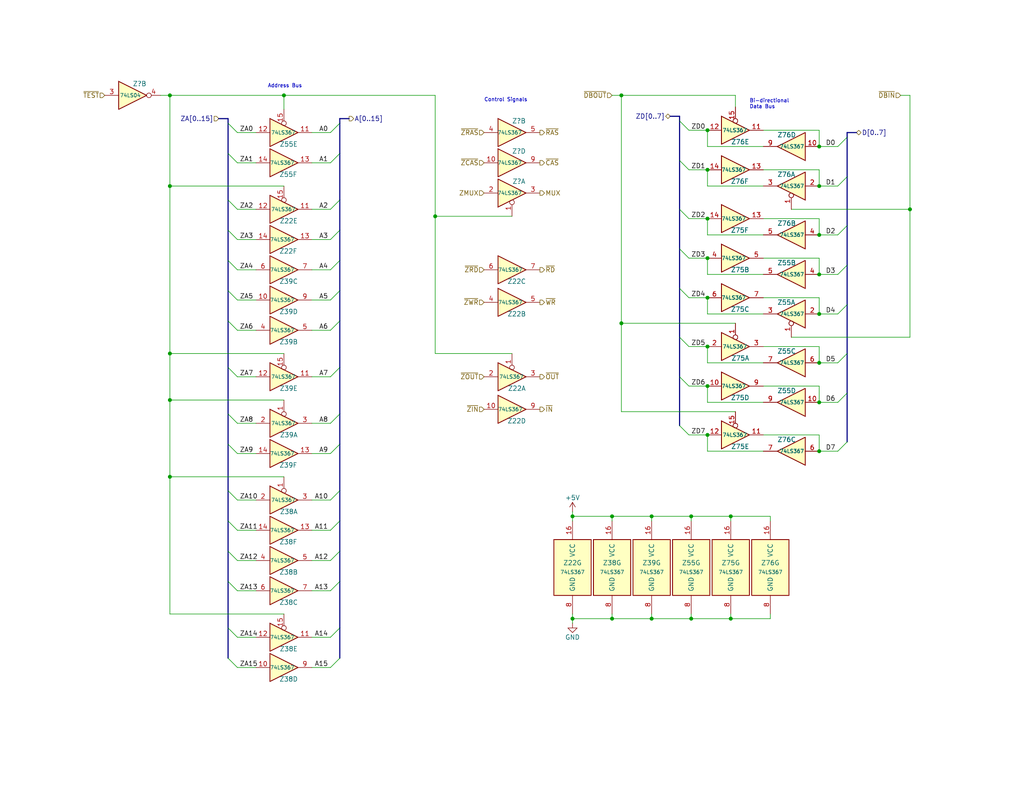
<source format=kicad_sch>
(kicad_sch (version 20230121) (generator eeschema)
  (paper "USLetter")
  (title_block (title "TRS-80 Model I") (date "2023-10-24") (rev "G") (company "RetroStack - Marcel Erz") (comment 2 "Isolation circuit to use ~{TEST} signal, dsconecting CPU from system") (comment 4 "CPU Gating"))
  (lib_symbols
    (symbol "74xx:74LS04"
      (property "Reference" "U" (at 0 1.27 0))
      (property "Value" "74LS04" (at 0 -1.27 0))
      (symbol "74LS04_1_0"
        (polyline (pts (xy -3.81 3.81) (xy -3.81 -3.81) (xy 3.81 0) (xy -3.81 3.81)) (stroke (width 0.254)) (fill (type background)))
        (pin input line (at -7.62 0 0) (length 3.81) (name "~") (number "1"))
        (pin output inverted (at 7.62 0 180) (length 3.81) (name "~") (number "2"))
      )
      (symbol "74LS04_2_0"
        (polyline (pts (xy -3.81 3.81) (xy -3.81 -3.81) (xy 3.81 0) (xy -3.81 3.81)) (stroke (width 0.254)) (fill (type background)))
        (pin input line (at -7.62 0 0) (length 3.81) (name "~") (number "3"))
        (pin output inverted (at 7.62 0 180) (length 3.81) (name "~") (number "4"))
      )
      (symbol "74LS04_3_0"
        (polyline (pts (xy -3.81 3.81) (xy -3.81 -3.81) (xy 3.81 0) (xy -3.81 3.81)) (stroke (width 0.254)) (fill (type background)))
        (pin input line (at -7.62 0 0) (length 3.81) (name "~") (number "5"))
        (pin output inverted (at 7.62 0 180) (length 3.81) (name "~") (number "6"))
      )
      (symbol "74LS04_4_0"
        (polyline (pts (xy -3.81 3.81) (xy -3.81 -3.81) (xy 3.81 0) (xy -3.81 3.81)) (stroke (width 0.254)) (fill (type background)))
        (pin output inverted (at 7.62 0 180) (length 3.81) (name "~") (number "8"))
        (pin input line (at -7.62 0 0) (length 3.81) (name "~") (number "9"))
      )
      (symbol "74LS04_5_0"
        (polyline (pts (xy -3.81 3.81) (xy -3.81 -3.81) (xy 3.81 0) (xy -3.81 3.81)) (stroke (width 0.254)) (fill (type background)))
        (pin output inverted (at 7.62 0 180) (length 3.81) (name "~") (number "10"))
        (pin input line (at -7.62 0 0) (length 3.81) (name "~") (number "11"))
      )
      (symbol "74LS04_6_0"
        (polyline (pts (xy -3.81 3.81) (xy -3.81 -3.81) (xy 3.81 0) (xy -3.81 3.81)) (stroke (width 0.254)) (fill (type background)))
        (pin output inverted (at 7.62 0 180) (length 3.81) (name "~") (number "12"))
        (pin input line (at -7.62 0 0) (length 3.81) (name "~") (number "13"))
      )
      (symbol "74LS04_7_0"
        (pin power_in line (at 0 12.7 270) (length 5.08) (name "VCC") (number "14"))
        (pin power_in line (at 0 -12.7 90) (length 5.08) (name "GND") (number "7"))
      )
      (symbol "74LS04_7_1"
        (rectangle (start -5.08 7.62) (end 5.08 -7.62) (stroke (width 0.254)) (fill (type background)))
      )
    )
    (symbol "RetroStackLibrary:74LS367_Split" (pin_names (offset 1.016))
      (property "Reference" "U" (at 0 1.27 0))
      (property "Value" "74LS367" (at 0 -1.27 0))
      (symbol "74LS367_Split_1_0"
        (polyline (pts (xy -3.81 3.81) (xy -3.81 -3.81) (xy 3.81 0) (xy -3.81 3.81)) (stroke (width 0.254)) (fill (type background)))
        (pin input inverted (at 0 6.35 270) (length 4.445) (name "~") (number "1"))
        (pin input line (at -7.62 0 0) (length 3.81) (name "~") (number "2"))
        (pin tri_state line (at 7.62 0 180) (length 3.81) (name "~") (number "3"))
      )
      (symbol "74LS367_Split_2_0"
        (polyline (pts (xy -3.81 3.81) (xy -3.81 -3.81) (xy 3.81 0) (xy -3.81 3.81)) (stroke (width 0.254)) (fill (type background)))
        (pin input line (at -7.62 0 0) (length 3.81) (name "~") (number "4"))
        (pin tri_state line (at 7.62 0 180) (length 3.81) (name "~") (number "5"))
      )
      (symbol "74LS367_Split_3_0"
        (polyline (pts (xy -3.81 3.81) (xy -3.81 -3.81) (xy 3.81 0) (xy -3.81 3.81)) (stroke (width 0.254)) (fill (type background)))
        (pin input line (at -7.62 0 0) (length 3.81) (name "~") (number "6"))
        (pin tri_state line (at 7.62 0 180) (length 3.81) (name "~") (number "7"))
      )
      (symbol "74LS367_Split_4_0"
        (polyline (pts (xy -3.81 3.81) (xy -3.81 -3.81) (xy 3.81 0) (xy -3.81 3.81)) (stroke (width 0.254)) (fill (type background)))
        (pin input line (at -7.62 0 0) (length 3.81) (name "~") (number "10"))
        (pin tri_state line (at 7.62 0 180) (length 3.81) (name "~") (number "9"))
      )
      (symbol "74LS367_Split_5_0"
        (polyline (pts (xy -3.175 -2.54) (xy -3.175 -10.16) (xy 4.445 -6.35) (xy -3.175 -2.54)) (stroke (width 0.254)) (fill (type background)))
        (pin tri_state line (at 8.255 -6.35 180) (length 3.81) (name "~") (number "11"))
        (pin input line (at -6.985 -6.35 0) (length 3.81) (name "~") (number "12"))
        (pin input inverted (at 0.635 0 270) (length 4.445) (name "~") (number "15"))
      )
      (symbol "74LS367_Split_6_0"
        (polyline (pts (xy -3.81 3.81) (xy -3.81 -3.81) (xy 3.81 0) (xy -3.81 3.81)) (stroke (width 0.254)) (fill (type background)))
        (pin tri_state line (at 7.62 0 180) (length 3.81) (name "~") (number "13"))
        (pin input line (at -7.62 0 0) (length 3.81) (name "~") (number "14"))
      )
      (symbol "74LS367_Split_7_0"
        (pin power_in line (at 0 1.905 270) (length 5.08) (name "VCC") (number "16"))
        (pin power_in line (at 0 -23.495 90) (length 5.08) (name "GND") (number "8"))
      )
      (symbol "74LS367_Split_7_1"
        (rectangle (start -5.08 -3.175) (end 5.08 -18.415) (stroke (width 0.254)) (fill (type background)))
      )
    )
    (symbol "power:+5V" (power) (pin_names (offset 0))
      (property "Value" "+5V" (at 0 3.556 0))
      (symbol "+5V_0_1"
        (polyline (pts (xy -0.762 1.27) (xy 0 2.54)))
        (polyline (pts (xy 0 0) (xy 0 2.54)))
        (polyline (pts (xy 0 2.54) (xy 0.762 1.27)))
      )
      (symbol "+5V_1_1"
        (pin power_in line (at 0 0 90) (length 0) hide (name "+5V") (number "1"))
      )
    )
    (symbol "power:GND" (power) (pin_names (offset 0))
      (property "Value" "GND" (at 0 -3.81 0))
      (symbol "GND_0_1"
        (polyline (pts (xy 0 0) (xy 0 -1.27) (xy 1.27 -1.27) (xy 0 -2.54) (xy -1.27 -1.27) (xy 0 -1.27)))
      )
      (symbol "GND_1_1"
        (pin power_in line (at 0 0 270) (length 0) hide (name "GND") (number "1"))
      )
    )
  )
  (junction (at 156.21 140.97))
  (junction (at 77.47 26.035))
  (junction (at 118.745 59.055))
  (junction (at 193.04 35.56))
  (junction (at 193.04 46.355))
  (junction (at 223.52 40.005))
  (junction (at 223.52 64.135))
  (junction (at 248.285 57.15))
  (junction (at 193.04 105.41))
  (junction (at 223.52 50.8))
  (junction (at 193.04 59.69))
  (junction (at 46.355 50.8))
  (junction (at 223.52 99.06))
  (junction (at 193.04 81.28))
  (junction (at 169.545 26.035))
  (junction (at 193.04 70.485))
  (junction (at 199.39 168.91))
  (junction (at 156.21 168.91))
  (junction (at 46.355 96.52))
  (junction (at 188.595 168.91))
  (junction (at 167.005 168.91))
  (junction (at 199.39 140.97))
  (junction (at 193.04 118.745))
  (junction (at 223.52 109.855))
  (junction (at 167.005 140.97))
  (junction (at 193.04 94.615))
  (junction (at 46.355 109.22))
  (junction (at 223.52 123.19))
  (junction (at 177.8 140.97))
  (junction (at 223.52 85.725))
  (junction (at 177.8 168.91))
  (junction (at 46.355 26.035))
  (junction (at 188.595 140.97))
  (junction (at 223.52 74.93))
  (junction (at 46.355 130.175))
  (junction (at 169.545 88.265))
  (bus_entry (at 228.6 109.855) (size 2.54 -2.54))
  (bus_entry (at 90.17 115.57) (size 2.54 -2.54))
  (bus_entry (at 228.6 99.06) (size 2.54 -2.54))
  (bus_entry (at 228.6 85.725) (size 2.54 -2.54))
  (bus_entry (at 90.17 90.17) (size 2.54 -2.54))
  (bus_entry (at 64.77 153.035) (size -2.54 -2.54))
  (bus_entry (at 228.6 74.93) (size 2.54 -2.54))
  (bus_entry (at 90.17 73.66) (size 2.54 -2.54))
  (bus_entry (at 64.77 123.825) (size -2.54 -2.54))
  (bus_entry (at 64.77 57.15) (size -2.54 -2.54))
  (bus_entry (at 187.96 105.41) (size -2.54 -2.54))
  (bus_entry (at 90.17 123.825) (size 2.54 -2.54))
  (bus_entry (at 90.17 136.525) (size 2.54 -2.54))
  (bus_entry (at 187.96 35.56) (size -2.54 -2.54))
  (bus_entry (at 187.96 59.69) (size -2.54 -2.54))
  (bus_entry (at 64.77 136.525) (size -2.54 -2.54))
  (bus_entry (at 90.17 182.245) (size 2.54 -2.54))
  (bus_entry (at 228.6 40.005) (size 2.54 -2.54))
  (bus_entry (at 64.77 90.17) (size -2.54 -2.54))
  (bus_entry (at 64.77 81.915) (size -2.54 -2.54))
  (bus_entry (at 64.77 36.195) (size -2.54 -2.54))
  (bus_entry (at 64.77 73.66) (size -2.54 -2.54))
  (bus_entry (at 228.6 123.19) (size 2.54 -2.54))
  (bus_entry (at 90.17 173.99) (size 2.54 -2.54))
  (bus_entry (at 90.17 65.405) (size 2.54 -2.54))
  (bus_entry (at 228.6 64.135) (size 2.54 -2.54))
  (bus_entry (at 187.96 81.28) (size -2.54 -2.54))
  (bus_entry (at 64.77 182.245) (size -2.54 -2.54))
  (bus_entry (at 64.77 173.99) (size -2.54 -2.54))
  (bus_entry (at 90.17 153.035) (size 2.54 -2.54))
  (bus_entry (at 64.77 144.78) (size -2.54 -2.54))
  (bus_entry (at 228.6 50.8) (size 2.54 -2.54))
  (bus_entry (at 64.77 161.29) (size -2.54 -2.54))
  (bus_entry (at 90.17 81.915) (size 2.54 -2.54))
  (bus_entry (at 90.17 161.29) (size 2.54 -2.54))
  (bus_entry (at 64.77 65.405) (size -2.54 -2.54))
  (bus_entry (at 90.17 102.87) (size 2.54 -2.54))
  (bus_entry (at 90.17 44.45) (size 2.54 -2.54))
  (bus_entry (at 187.96 94.615) (size -2.54 -2.54))
  (bus_entry (at 187.96 46.355) (size -2.54 -2.54))
  (bus_entry (at 187.96 70.485) (size -2.54 -2.54))
  (bus_entry (at 187.96 118.745) (size -2.54 -2.54))
  (bus_entry (at 90.17 144.78) (size 2.54 -2.54))
  (bus_entry (at 90.17 57.15) (size 2.54 -2.54))
  (bus_entry (at 90.17 36.195) (size 2.54 -2.54))
  (bus_entry (at 64.77 44.45) (size -2.54 -2.54))
  (bus_entry (at 64.77 115.57) (size -2.54 -2.54))
  (bus_entry (at 64.77 102.87) (size -2.54 -2.54))
  (wire (pts (xy 77.47 167.64) (xy 46.355 167.64)))
  (wire (pts (xy 64.77 36.195) (xy 69.85 36.195)))
  (wire (pts (xy 118.745 59.055) (xy 118.745 26.035)))
  (bus (pts (xy 185.42 102.87) (xy 185.42 116.205)))
  (bus (pts (xy 92.71 79.375) (xy 92.71 71.12)))
  (wire (pts (xy 90.17 161.29) (xy 85.09 161.29)))
  (wire (pts (xy 228.6 40.005) (xy 223.52 40.005)))
  (wire (pts (xy 193.04 109.855) (xy 193.04 105.41)))
  (wire (pts (xy 187.96 94.615) (xy 193.04 94.615)))
  (bus (pts (xy 185.42 43.815) (xy 185.42 33.02)))
  (wire (pts (xy 90.17 44.45) (xy 85.09 44.45)))
  (wire (pts (xy 169.545 88.265) (xy 169.545 26.035)))
  (wire (pts (xy 167.005 140.97) (xy 167.005 142.24)))
  (wire (pts (xy 210.185 142.24) (xy 210.185 140.97)))
  (wire (pts (xy 208.28 118.745) (xy 223.52 118.745)))
  (wire (pts (xy 85.09 90.17) (xy 90.17 90.17)))
  (bus (pts (xy 92.71 62.865) (xy 92.71 54.61)))
  (wire (pts (xy 64.77 73.66) (xy 69.85 73.66)))
  (wire (pts (xy 228.6 50.8) (xy 223.52 50.8)))
  (wire (pts (xy 64.77 182.245) (xy 69.85 182.245)))
  (wire (pts (xy 169.545 112.395) (xy 169.545 88.265)))
  (wire (pts (xy 187.96 81.28) (xy 193.04 81.28)))
  (wire (pts (xy 167.005 168.91) (xy 177.8 168.91)))
  (wire (pts (xy 215.9 92.075) (xy 248.285 92.075)))
  (wire (pts (xy 187.96 105.41) (xy 193.04 105.41)))
  (wire (pts (xy 90.17 173.99) (xy 85.09 173.99)))
  (wire (pts (xy 208.28 94.615) (xy 223.52 94.615)))
  (wire (pts (xy 210.185 140.97) (xy 199.39 140.97)))
  (wire (pts (xy 64.77 136.525) (xy 69.85 136.525)))
  (wire (pts (xy 85.09 123.825) (xy 90.17 123.825)))
  (wire (pts (xy 223.52 118.745) (xy 223.52 123.19)))
  (wire (pts (xy 77.47 130.175) (xy 46.355 130.175)))
  (bus (pts (xy 231.14 72.39) (xy 231.14 61.595)))
  (bus (pts (xy 62.23 71.12) (xy 62.23 62.865)))
  (bus (pts (xy 92.71 158.75) (xy 92.71 150.495)))
  (bus (pts (xy 92.71 142.24) (xy 92.71 133.985)))
  (wire (pts (xy 139.7 59.055) (xy 118.745 59.055)))
  (wire (pts (xy 228.6 99.06) (xy 223.52 99.06)))
  (bus (pts (xy 62.23 100.33) (xy 62.23 87.63)))
  (wire (pts (xy 90.17 65.405) (xy 85.09 65.405)))
  (wire (pts (xy 64.77 115.57) (xy 69.85 115.57)))
  (wire (pts (xy 77.47 26.035) (xy 77.47 29.845)))
  (wire (pts (xy 64.77 144.78) (xy 69.85 144.78)))
  (wire (pts (xy 208.28 109.855) (xy 193.04 109.855)))
  (wire (pts (xy 208.28 70.485) (xy 223.52 70.485)))
  (wire (pts (xy 64.77 153.035) (xy 69.85 153.035)))
  (bus (pts (xy 185.42 78.74) (xy 185.42 67.945)))
  (bus (pts (xy 62.23 87.63) (xy 62.23 79.375)))
  (bus (pts (xy 62.23 150.495) (xy 62.23 142.24)))
  (wire (pts (xy 223.52 81.28) (xy 223.52 85.725)))
  (bus (pts (xy 92.71 100.33) (xy 92.71 87.63)))
  (wire (pts (xy 46.355 26.035) (xy 77.47 26.035)))
  (wire (pts (xy 64.77 57.15) (xy 69.85 57.15)))
  (wire (pts (xy 193.04 64.135) (xy 193.04 59.69)))
  (wire (pts (xy 167.005 167.64) (xy 167.005 168.91)))
  (wire (pts (xy 156.21 139.7) (xy 156.21 140.97)))
  (wire (pts (xy 210.185 168.91) (xy 199.39 168.91)))
  (wire (pts (xy 228.6 123.19) (xy 223.52 123.19)))
  (bus (pts (xy 92.71 41.91) (xy 92.71 33.655)))
  (wire (pts (xy 188.595 140.97) (xy 177.8 140.97)))
  (wire (pts (xy 156.21 170.18) (xy 156.21 168.91)))
  (bus (pts (xy 92.71 113.03) (xy 92.71 100.33)))
  (wire (pts (xy 118.745 59.055) (xy 118.745 96.52)))
  (wire (pts (xy 223.52 35.56) (xy 223.52 40.005)))
  (wire (pts (xy 223.52 70.485) (xy 223.52 74.93)))
  (wire (pts (xy 199.39 140.97) (xy 199.39 142.24)))
  (wire (pts (xy 199.39 167.64) (xy 199.39 168.91)))
  (wire (pts (xy 200.66 112.395) (xy 169.545 112.395)))
  (bus (pts (xy 231.14 83.185) (xy 231.14 72.39)))
  (wire (pts (xy 169.545 26.035) (xy 200.66 26.035)))
  (wire (pts (xy 46.355 130.175) (xy 46.355 109.22)))
  (wire (pts (xy 215.9 57.15) (xy 248.285 57.15)))
  (wire (pts (xy 193.04 123.19) (xy 193.04 118.745)))
  (wire (pts (xy 77.47 50.8) (xy 46.355 50.8)))
  (wire (pts (xy 208.28 59.69) (xy 223.52 59.69)))
  (wire (pts (xy 188.595 168.91) (xy 199.39 168.91)))
  (wire (pts (xy 208.28 74.93) (xy 193.04 74.93)))
  (wire (pts (xy 90.17 153.035) (xy 85.09 153.035)))
  (bus (pts (xy 62.23 113.03) (xy 62.23 100.33)))
  (wire (pts (xy 64.77 65.405) (xy 69.85 65.405)))
  (wire (pts (xy 228.6 85.725) (xy 223.52 85.725)))
  (wire (pts (xy 64.77 173.99) (xy 69.85 173.99)))
  (wire (pts (xy 199.39 140.97) (xy 188.595 140.97)))
  (wire (pts (xy 210.185 167.64) (xy 210.185 168.91)))
  (wire (pts (xy 208.28 99.06) (xy 193.04 99.06)))
  (bus (pts (xy 62.23 171.45) (xy 62.23 158.75)))
  (bus (pts (xy 62.23 41.91) (xy 62.23 33.655)))
  (wire (pts (xy 46.355 167.64) (xy 46.355 130.175)))
  (bus (pts (xy 233.68 36.195) (xy 231.14 36.195)))
  (wire (pts (xy 228.6 64.135) (xy 223.52 64.135)))
  (wire (pts (xy 208.28 64.135) (xy 193.04 64.135)))
  (wire (pts (xy 46.355 109.22) (xy 46.355 96.52)))
  (wire (pts (xy 46.355 50.8) (xy 46.355 26.035)))
  (wire (pts (xy 193.04 50.8) (xy 193.04 46.355)))
  (bus (pts (xy 185.42 78.74) (xy 185.42 92.075)))
  (wire (pts (xy 156.21 168.91) (xy 167.005 168.91)))
  (wire (pts (xy 248.285 26.035) (xy 245.745 26.035)))
  (bus (pts (xy 62.23 62.865) (xy 62.23 54.61)))
  (wire (pts (xy 177.8 140.97) (xy 167.005 140.97)))
  (wire (pts (xy 223.52 59.69) (xy 223.52 64.135)))
  (wire (pts (xy 90.17 115.57) (xy 85.09 115.57)))
  (wire (pts (xy 90.17 36.195) (xy 85.09 36.195)))
  (wire (pts (xy 43.815 26.035) (xy 46.355 26.035)))
  (bus (pts (xy 231.14 83.185) (xy 231.14 96.52)))
  (bus (pts (xy 92.71 171.45) (xy 92.71 158.75)))
  (wire (pts (xy 85.09 182.245) (xy 90.17 182.245)))
  (bus (pts (xy 95.25 32.385) (xy 92.71 32.385)))
  (bus (pts (xy 185.42 67.945) (xy 185.42 57.15)))
  (wire (pts (xy 118.745 26.035) (xy 77.47 26.035)))
  (wire (pts (xy 64.77 44.45) (xy 69.85 44.45)))
  (wire (pts (xy 64.77 102.87) (xy 69.85 102.87)))
  (wire (pts (xy 208.28 123.19) (xy 193.04 123.19)))
  (wire (pts (xy 156.21 140.97) (xy 156.21 142.24)))
  (wire (pts (xy 177.8 168.91) (xy 188.595 168.91)))
  (wire (pts (xy 85.09 102.87) (xy 90.17 102.87)))
  (wire (pts (xy 208.28 81.28) (xy 223.52 81.28)))
  (wire (pts (xy 223.52 46.355) (xy 223.52 50.8)))
  (bus (pts (xy 92.71 150.495) (xy 92.71 142.24)))
  (wire (pts (xy 248.285 92.075) (xy 248.285 57.15)))
  (wire (pts (xy 77.47 96.52) (xy 46.355 96.52)))
  (wire (pts (xy 228.6 74.93) (xy 223.52 74.93)))
  (wire (pts (xy 193.04 99.06) (xy 193.04 94.615)))
  (wire (pts (xy 208.28 46.355) (xy 223.52 46.355)))
  (bus (pts (xy 92.71 133.985) (xy 92.71 121.285)))
  (bus (pts (xy 182.88 31.75) (xy 185.42 31.75)))
  (wire (pts (xy 167.005 140.97) (xy 156.21 140.97)))
  (bus (pts (xy 92.71 71.12) (xy 92.71 62.865)))
  (wire (pts (xy 187.96 46.355) (xy 193.04 46.355)))
  (bus (pts (xy 92.71 54.61) (xy 92.71 41.91)))
  (bus (pts (xy 231.14 61.595) (xy 231.14 48.26)))
  (wire (pts (xy 193.04 85.725) (xy 193.04 81.28)))
  (bus (pts (xy 185.42 92.075) (xy 185.42 102.87)))
  (wire (pts (xy 177.8 140.97) (xy 177.8 142.24)))
  (bus (pts (xy 62.23 142.24) (xy 62.23 133.985)))
  (wire (pts (xy 193.04 74.93) (xy 193.04 70.485)))
  (wire (pts (xy 188.595 140.97) (xy 188.595 142.24)))
  (wire (pts (xy 208.28 50.8) (xy 193.04 50.8)))
  (wire (pts (xy 90.17 73.66) (xy 85.09 73.66)))
  (bus (pts (xy 92.71 121.285) (xy 92.71 113.03)))
  (wire (pts (xy 208.28 85.725) (xy 193.04 85.725)))
  (wire (pts (xy 208.28 40.005) (xy 193.04 40.005)))
  (wire (pts (xy 188.595 167.64) (xy 188.595 168.91)))
  (wire (pts (xy 64.77 161.29) (xy 69.85 161.29)))
  (bus (pts (xy 62.23 79.375) (xy 62.23 71.12)))
  (wire (pts (xy 200.66 88.265) (xy 169.545 88.265)))
  (bus (pts (xy 92.71 87.63) (xy 92.71 79.375)))
  (bus (pts (xy 231.14 48.26) (xy 231.14 37.465)))
  (bus (pts (xy 62.23 121.285) (xy 62.23 113.03)))
  (bus (pts (xy 231.14 96.52) (xy 231.14 107.315)))
  (wire (pts (xy 64.77 81.915) (xy 69.85 81.915)))
  (bus (pts (xy 92.71 33.655) (xy 92.71 32.385)))
  (wire (pts (xy 167.005 26.035) (xy 169.545 26.035)))
  (wire (pts (xy 64.77 123.825) (xy 69.85 123.825)))
  (bus (pts (xy 62.23 179.705) (xy 62.23 171.45)))
  (bus (pts (xy 62.23 33.655) (xy 62.23 32.385)))
  (bus (pts (xy 92.71 179.705) (xy 92.71 171.45)))
  (wire (pts (xy 177.8 167.64) (xy 177.8 168.91)))
  (bus (pts (xy 185.42 33.02) (xy 185.42 31.75)))
  (wire (pts (xy 187.96 118.745) (xy 193.04 118.745)))
  (wire (pts (xy 208.28 105.41) (xy 223.52 105.41)))
  (wire (pts (xy 187.96 70.485) (xy 193.04 70.485)))
  (wire (pts (xy 77.47 109.22) (xy 46.355 109.22)))
  (bus (pts (xy 62.23 158.75) (xy 62.23 150.495)))
  (wire (pts (xy 46.355 96.52) (xy 46.355 50.8)))
  (wire (pts (xy 64.77 90.17) (xy 69.85 90.17)))
  (wire (pts (xy 90.17 136.525) (xy 85.09 136.525)))
  (wire (pts (xy 90.17 57.15) (xy 85.09 57.15)))
  (wire (pts (xy 193.04 40.005) (xy 193.04 35.56)))
  (bus (pts (xy 59.69 32.385) (xy 62.23 32.385)))
  (bus (pts (xy 62.23 54.61) (xy 62.23 41.91)))
  (wire (pts (xy 200.66 26.035) (xy 200.66 29.21)))
  (wire (pts (xy 139.7 96.52) (xy 118.745 96.52)))
  (wire (pts (xy 248.285 57.15) (xy 248.285 26.035)))
  (bus (pts (xy 231.14 107.315) (xy 231.14 120.65)))
  (bus (pts (xy 231.14 37.465) (xy 231.14 36.195)))
  (wire (pts (xy 223.52 94.615) (xy 223.52 99.06)))
  (wire (pts (xy 90.17 81.915) (xy 85.09 81.915)))
  (wire (pts (xy 156.21 168.91) (xy 156.21 167.64)))
  (wire (pts (xy 90.17 144.78) (xy 85.09 144.78)))
  (wire (pts (xy 228.6 109.855) (xy 223.52 109.855)))
  (bus (pts (xy 185.42 57.15) (xy 185.42 43.815)))
  (wire (pts (xy 187.96 59.69) (xy 193.04 59.69)))
  (wire (pts (xy 223.52 105.41) (xy 223.52 109.855)))
  (wire (pts (xy 208.28 35.56) (xy 223.52 35.56)))
  (bus (pts (xy 62.23 133.985) (xy 62.23 121.285)))
  (wire (pts (xy 187.96 35.56) (xy 193.04 35.56)))
  (text "Bi-directional\nData Bus" (at 204.47 29.845 0) (effects (font (size 1 1)) (justify left bottom)))
  (text "Address Bus" (at 73.025 24.13 0) (effects (font (size 1 1)) (justify left bottom)))
  (text "Control Signals" (at 132.08 27.94 0) (effects (font (size 1 1)) (justify left bottom)))
  (label "ZA8" (at 65.405 115.57 0))
  (label "ZD2" (at 188.595 59.69 0))
  (label "ZA0" (at 65.405 36.195 0))
  (label "A3" (at 89.535 65.405 180))
  (label "ZA4" (at 65.405 73.66 0))
  (label "D7" (at 227.965 123.19 180))
  (label "ZA9" (at 65.405 123.825 0))
  (label "ZA11" (at 65.405 144.78 0))
  (label "ZD3" (at 188.595 70.485 0))
  (label "D3" (at 227.965 74.93 180))
  (label "ZA6" (at 65.405 90.17 0))
  (label "A12" (at 89.535 153.035 180))
  (label "ZD7" (at 188.595 118.745 0))
  (label "A5" (at 89.535 81.915 180))
  (label "D5" (at 227.965 99.06 180))
  (label "ZA2" (at 65.405 57.15 0))
  (label "ZA3" (at 65.405 65.405 0))
  (label "D0" (at 227.965 40.005 180))
  (label "ZA10" (at 65.405 136.525 0))
  (label "D2" (at 227.965 64.135 180))
  (label "A9" (at 89.535 123.825 180))
  (label "ZA13" (at 65.405 161.29 0))
  (label "A7" (at 89.535 102.87 180))
  (label "A6" (at 89.535 90.17 180))
  (label "D1" (at 227.965 50.8 180))
  (label "ZD6" (at 188.595 105.41 0))
  (label "A13" (at 89.535 161.29 180))
  (label "A15" (at 89.535 182.245 180))
  (label "A14" (at 89.535 173.99 180))
  (label "A10" (at 89.535 136.525 180))
  (label "ZD1" (at 188.595 46.355 0))
  (label "D6" (at 227.965 109.855 180))
  (label "ZA5" (at 65.405 81.915 0))
  (label "A1" (at 89.535 44.45 180))
  (label "A0" (at 89.535 36.195 180))
  (label "A2" (at 89.535 57.15 180))
  (label "ZD4" (at 188.595 81.28 0))
  (label "ZA15" (at 65.405 182.245 0))
  (label "ZA12" (at 65.405 153.035 0))
  (label "A4" (at 89.535 73.66 180))
  (label "ZA7" (at 65.405 102.87 0))
  (label "A8" (at 89.535 115.57 180))
  (label "ZD0" (at 188.595 35.56 0))
  (label "A11" (at 89.535 144.78 180))
  (label "ZA1" (at 65.405 44.45 0))
  (label "D4" (at 227.965 85.725 180))
  (label "ZA14" (at 65.405 173.99 0))
  (label "ZD5" (at 188.595 94.615 0))
  (hierarchical_label "ZD[0..7]" (shape bidirectional) (at 182.88 31.75 180))
  (hierarchical_label "~{ZRD}" (shape input) (at 132.08 73.66 180))
  (hierarchical_label "~{ZIN}" (shape input) (at 132.08 111.76 180))
  (hierarchical_label "~{ZCAS}" (shape input) (at 132.08 44.45 180))
  (hierarchical_label "~{RD}" (shape output) (at 147.32 73.66 0))
  (hierarchical_label "~{WR}" (shape output) (at 147.32 82.55 0))
  (hierarchical_label "~{TEST}" (shape input) (at 28.575 26.035 180))
  (hierarchical_label "MUX" (shape output) (at 147.32 52.705 0))
  (hierarchical_label "~{ZRAS}" (shape input) (at 132.08 36.195 180))
  (hierarchical_label "~{CAS}" (shape output) (at 147.32 44.45 0))
  (hierarchical_label "ZA[0..15]" (shape input) (at 59.69 32.385 180))
  (hierarchical_label "~{OUT}" (shape output) (at 147.32 102.87 0))
  (hierarchical_label "D[0..7]" (shape bidirectional) (at 233.68 36.195 0))
  (hierarchical_label "ZMUX" (shape input) (at 132.08 52.705 180))
  (hierarchical_label "~{DBOUT}" (shape input) (at 167.005 26.035 180))
  (hierarchical_label "~{IN}" (shape output) (at 147.32 111.76 0))
  (hierarchical_label "~{ZWR}" (shape input) (at 132.08 82.55 180))
  (hierarchical_label "A[0..15]" (shape output) (at 95.25 32.385 0))
  (hierarchical_label "~{DBIN}" (shape input) (at 245.745 26.035 180))
  (hierarchical_label "~{RAS}" (shape output) (at 147.32 36.195 0))
  (hierarchical_label "~{ZOUT}" (shape input) (at 132.08 102.87 180))
  (symbol (lib_id "RetroStackLibrary:74LS367_Split") (at 188.595 144.145 0) (unit 7)
    (property "Reference" "Z55" (at 188.595 153.67 0))
    (property "Value" "74LS367" (at 188.595 156.21 0) (effects (font (size 1 1))))
    (property "Footprint" "RetroStackLibrary:TRS80_Model_I_DIP16" (effects hide))
    (property "Datasheet" "https://www.ti.com/lit/ds/symlink/sn74ls367a.pdf" (effects hide))
  )
  (symbol (lib_id "power:GND") (at 156.21 170.18 0) (unit 1)
    (property "Reference" "#PWR014" (effects hide))
    (property "Value" "GND" (at 156.21 173.99 0))
    (instances (project "TRS80_Model_I_G" (path "" (reference "#PWR014") (unit 1)) (path "" (reference "#PWR0106") (unit 1)) (path "" (reference "#PWR0108") (unit 1)) (path "" (reference "#PWR0112") (unit 1))))
  )
  (symbol (lib_id "RetroStackLibrary:74LS367_Split") (at 200.66 46.355 0) (unit 6)
    (property "Reference" "Z76" (at 199.39 49.53 0) (effects (justify left)))
    (property "Value" "74LS367" (at 196.85 46.355 0) (effects (font (size 1 1)) (justify left)))
    (property "Footprint" "RetroStackLibrary:TRS80_Model_I_DIP16" (effects hide))
    (property "Datasheet" "https://www.ti.com/lit/ds/symlink/sn74ls367a.pdf" (effects hide))
  )
  (symbol (lib_id "RetroStackLibrary:74LS367_Split") (at 200.66 70.485 0) (unit 2)
    (property "Reference" "Z75" (at 199.39 73.66 0) (effects (justify left)))
    (property "Value" "74LS367" (at 196.85 70.485 0) (effects (font (size 1 1)) (justify left)))
    (property "Footprint" "RetroStackLibrary:TRS80_Model_I_DIP16" (effects hide))
    (property "Datasheet" "https://www.ti.com/lit/ds/symlink/sn74ls367a.pdf" (effects hide))
  )
  (symbol (lib_id "RetroStackLibrary:74LS367_Split") (at 76.835 50.8 0) (unit 5)
    (property "Reference" "Z22" (at 81.28 60.325 0) (effects (justify right)))
    (property "Value" "74LS367" (at 80.645 57.15 0) (effects (font (size 1 1)) (justify right)))
    (property "Footprint" "RetroStackLibrary:TRS80_Model_I_DIP16" (effects hide))
    (property "Datasheet" "https://www.ti.com/lit/ds/symlink/sn74ls367a.pdf" (effects hide))
  )
  (symbol (lib_id "RetroStackLibrary:74LS367_Split") (at 76.835 96.52 0) (unit 5)
    (property "Reference" "Z39" (at 81.28 106.045 0) (effects (justify right)))
    (property "Value" "74LS367" (at 80.645 102.87 0) (effects (font (size 1 1)) (justify right)))
    (property "Footprint" "RetroStackLibrary:TRS80_Model_I_DIP16" (effects hide))
    (property "Datasheet" "https://www.ti.com/lit/ds/symlink/sn74ls367a.pdf" (effects hide))
  )
  (symbol (lib_id "RetroStackLibrary:74LS367_Split") (at 139.7 36.195 0) (unit 2)
    (property "Reference" "Z?" (at 141.605 33.02 0))
    (property "Value" "74LS367" (at 139.065 36.195 0) (effects (font (size 1 1))))
    (property "Footprint" "RetroStackLibrary:TRS80_Model_I_DIP16" (effects hide))
    (property "Datasheet" "https://www.ti.com/lit/ds/symlink/sn74ls367a.pdf" (effects hide))
    (instances (project "TRS80_Model_I_G" (path "" (reference "Z?") (unit 2)) (path "" (reference "Z72") (unit 2)) (path "" (reference "Z72") (unit 2))))
  )
  (symbol (lib_id "RetroStackLibrary:74LS367_Split") (at 77.47 123.825 0) (unit 6)
    (property "Reference" "Z39" (at 76.2 127 0) (effects (justify left)))
    (property "Value" "74LS367" (at 73.66 123.825 0) (effects (font (size 1 1)) (justify left)))
    (property "Footprint" "RetroStackLibrary:TRS80_Model_I_DIP16" (effects hide))
    (property "Datasheet" "https://www.ti.com/lit/ds/symlink/sn74ls367a.pdf" (effects hide))
  )
  (symbol (lib_id "RetroStackLibrary:74LS367_Split") (at 77.47 115.57 0) (unit 1)
    (property "Reference" "Z39" (at 81.28 118.745 0) (effects (justify right)))
    (property "Value" "74LS367" (at 80.645 115.57 0) (effects (font (size 1 1)) (justify right)))
    (property "Footprint" "RetroStackLibrary:TRS80_Model_I_DIP16" (effects hide))
    (property "Datasheet" "https://www.ti.com/lit/ds/symlink/sn74ls367a.pdf" (effects hide))
  )
  (symbol (lib_id "RetroStackLibrary:74LS367_Split") (at 200.025 29.21 0) (unit 5)
    (property "Reference" "Z76" (at 204.47 38.735 0) (effects (justify right)))
    (property "Value" "74LS367" (at 203.835 35.56 0) (effects (font (size 1 1)) (justify right)))
    (property "Footprint" "RetroStackLibrary:TRS80_Model_I_DIP16" (effects hide))
    (property "Datasheet" "https://www.ti.com/lit/ds/symlink/sn74ls367a.pdf" (effects hide))
  )
  (symbol (lib_id "RetroStackLibrary:74LS367_Split") (at 77.47 44.45 0) (unit 6)
    (property "Reference" "Z55" (at 76.2 47.625 0) (effects (justify left)))
    (property "Value" "74LS367" (at 73.66 44.45 0) (effects (font (size 1 1)) (justify left)))
    (property "Footprint" "RetroStackLibrary:TRS80_Model_I_DIP16" (effects hide))
    (property "Datasheet" "https://www.ti.com/lit/ds/symlink/sn74ls367a.pdf" (effects hide))
  )
  (symbol (lib_id "RetroStackLibrary:74LS367_Split") (at 139.7 111.76 0) (unit 4)
    (property "Reference" "Z22" (at 138.43 114.935 0) (effects (justify left)))
    (property "Value" "74LS367" (at 135.89 111.76 0) (effects (font (size 1 1)) (justify left)))
    (property "Footprint" "RetroStackLibrary:TRS80_Model_I_DIP16" (effects hide))
    (property "Datasheet" "https://www.ti.com/lit/ds/symlink/sn74ls367a.pdf" (effects hide))
  )
  (symbol (lib_id "RetroStackLibrary:74LS367_Split") (at 215.9 74.93 180) (unit 2)
    (property "Reference" "Z55" (at 212.09 71.755 0) (effects (justify right)))
    (property "Value" "74LS367" (at 212.725 74.93 0) (effects (font (size 1 1)) (justify right)))
    (property "Footprint" "RetroStackLibrary:TRS80_Model_I_DIP16" (effects hide))
    (property "Datasheet" "https://www.ti.com/lit/ds/symlink/sn74ls367a.pdf" (effects hide))
  )
  (symbol (lib_id "RetroStackLibrary:74LS367_Split") (at 200.66 59.69 0) (unit 6)
    (property "Reference" "Z75" (at 199.39 62.865 0) (effects (justify left)))
    (property "Value" "74LS367" (at 196.85 59.69 0) (effects (font (size 1 1)) (justify left)))
    (property "Footprint" "RetroStackLibrary:TRS80_Model_I_DIP16" (effects hide))
    (property "Datasheet" "https://www.ti.com/lit/ds/symlink/sn74ls367a.pdf" (effects hide))
  )
  (symbol (lib_id "RetroStackLibrary:74LS367_Split") (at 200.025 112.395 0) (unit 5)
    (property "Reference" "Z75" (at 204.47 121.92 0) (effects (justify right)))
    (property "Value" "74LS367" (at 203.835 118.745 0) (effects (font (size 1 1)) (justify right)))
    (property "Footprint" "RetroStackLibrary:TRS80_Model_I_DIP16" (effects hide))
    (property "Datasheet" "https://www.ti.com/lit/ds/symlink/sn74ls367a.pdf" (effects hide))
  )
  (symbol (lib_id "RetroStackLibrary:74LS367_Split") (at 177.8 144.145 0) (unit 7)
    (property "Reference" "Z39" (at 177.8 153.67 0))
    (property "Value" "74LS367" (at 177.8 156.21 0) (effects (font (size 1 1))))
    (property "Footprint" "RetroStackLibrary:TRS80_Model_I_DIP16" (effects hide))
    (property "Datasheet" "https://www.ti.com/lit/ds/symlink/sn74ls367a.pdf" (effects hide))
  )
  (symbol (lib_id "RetroStackLibrary:74LS367_Split") (at 77.47 161.29 0) (unit 3)
    (property "Reference" "Z38" (at 76.2 164.465 0) (effects (justify left)))
    (property "Value" "74LS367" (at 73.66 161.29 0) (effects (font (size 1 1)) (justify left)))
    (property "Footprint" "RetroStackLibrary:TRS80_Model_I_DIP16" (effects hide))
    (property "Datasheet" "https://www.ti.com/lit/ds/symlink/sn74ls367a.pdf" (effects hide))
  )
  (symbol (lib_id "RetroStackLibrary:74LS367_Split") (at 139.7 82.55 0) (unit 2)
    (property "Reference" "Z22" (at 138.43 85.725 0) (effects (justify left)))
    (property "Value" "74LS367" (at 135.89 82.55 0) (effects (font (size 1 1)) (justify left)))
    (property "Footprint" "RetroStackLibrary:TRS80_Model_I_DIP16" (effects hide))
    (property "Datasheet" "https://www.ti.com/lit/ds/symlink/sn74ls367a.pdf" (effects hide))
  )
  (symbol (lib_id "RetroStackLibrary:74LS367_Split") (at 200.66 81.28 0) (unit 3)
    (property "Reference" "Z75" (at 199.39 84.455 0) (effects (justify left)))
    (property "Value" "74LS367" (at 196.85 81.28 0) (effects (font (size 1 1)) (justify left)))
    (property "Footprint" "RetroStackLibrary:TRS80_Model_I_DIP16" (effects hide))
    (property "Datasheet" "https://www.ti.com/lit/ds/symlink/sn74ls367a.pdf" (effects hide))
  )
  (symbol (lib_id "74xx:74LS04") (at 36.195 26.035 0) (unit 2)
    (property "Reference" "Z?" (at 38.1 22.86 0))
    (property "Value" "74LS04" (at 35.56 26.035 0) (effects (font (size 1 1))))
    (property "Footprint" "RetroStackLibrary:TRS80_Model_I_DIP14" (effects hide))
    (property "Datasheet" "http://www.ti.com/lit/gpn/sn74LS04" (effects hide))
    (instances (project "TRS80_Model_I_G" (path "" (reference "Z?") (unit 2)) (path "" (reference "Z52") (unit 2)) (path "" (reference "Z52") (unit 2))))
  )
  (symbol (lib_id "RetroStackLibrary:74LS367_Split") (at 76.835 167.64 0) (unit 5)
    (property "Reference" "Z38" (at 81.28 177.165 0) (effects (justify right)))
    (property "Value" "74LS367" (at 73.66 173.99 0) (effects (font (size 1 1)) (justify left)))
    (property "Footprint" "RetroStackLibrary:TRS80_Model_I_DIP16" (effects hide))
    (property "Datasheet" "https://www.ti.com/lit/ds/symlink/sn74ls367a.pdf" (effects hide))
  )
  (symbol (lib_id "RetroStackLibrary:74LS367_Split") (at 77.47 182.245 0) (unit 4)
    (property "Reference" "Z38" (at 76.2 185.42 0) (effects (justify left)))
    (property "Value" "74LS367" (at 73.66 182.245 0) (effects (font (size 1 1)) (justify left)))
    (property "Footprint" "RetroStackLibrary:TRS80_Model_I_DIP16" (effects hide))
    (property "Datasheet" "https://www.ti.com/lit/ds/symlink/sn74ls367a.pdf" (effects hide))
  )
  (symbol (lib_id "RetroStackLibrary:74LS367_Split") (at 215.9 109.855 180) (unit 4)
    (property "Reference" "Z55" (at 212.09 106.68 0) (effects (justify right)))
    (property "Value" "74LS367" (at 212.725 109.855 0) (effects (font (size 1 1)) (justify right)))
    (property "Footprint" "RetroStackLibrary:TRS80_Model_I_DIP16" (effects hide))
    (property "Datasheet" "https://www.ti.com/lit/ds/symlink/sn74ls367a.pdf" (effects hide))
  )
  (symbol (lib_id "RetroStackLibrary:74LS367_Split") (at 215.9 40.005 180) (unit 4)
    (property "Reference" "Z76" (at 212.09 36.83 0) (effects (justify right)))
    (property "Value" "74LS367" (at 212.725 40.005 0) (effects (font (size 1 1)) (justify right)))
    (property "Footprint" "RetroStackLibrary:TRS80_Model_I_DIP16" (effects hide))
    (property "Datasheet" "https://www.ti.com/lit/ds/symlink/sn74ls367a.pdf" (effects hide))
  )
  (symbol (lib_id "RetroStackLibrary:74LS367_Split") (at 200.66 105.41 0) (unit 4)
    (property "Reference" "Z75" (at 199.39 108.585 0) (effects (justify left)))
    (property "Value" "74LS367" (at 196.85 105.41 0) (effects (font (size 1 1)) (justify left)))
    (property "Footprint" "RetroStackLibrary:TRS80_Model_I_DIP16" (effects hide))
    (property "Datasheet" "https://www.ti.com/lit/ds/symlink/sn74ls367a.pdf" (effects hide))
  )
  (symbol (lib_id "RetroStackLibrary:74LS367_Split") (at 139.7 73.66 0) (unit 3)
    (property "Reference" "Z22" (at 138.43 76.835 0) (effects (justify left)))
    (property "Value" "74LS367" (at 135.89 73.66 0) (effects (font (size 1 1)) (justify left)))
    (property "Footprint" "RetroStackLibrary:TRS80_Model_I_DIP16" (effects hide))
    (property "Datasheet" "https://www.ti.com/lit/ds/symlink/sn74ls367a.pdf" (effects hide))
  )
  (symbol (lib_id "RetroStackLibrary:74LS367_Split") (at 199.39 144.145 0) (unit 7)
    (property "Reference" "Z75" (at 199.39 153.67 0))
    (property "Value" "74LS367" (at 199.39 156.21 0) (effects (font (size 1 1))))
    (property "Footprint" "RetroStackLibrary:TRS80_Model_I_DIP16" (effects hide))
    (property "Datasheet" "https://www.ti.com/lit/ds/symlink/sn74ls367a.pdf" (effects hide))
  )
  (symbol (lib_id "RetroStackLibrary:74LS367_Split") (at 210.185 144.145 0) (unit 7)
    (property "Reference" "Z76" (at 210.185 153.67 0))
    (property "Value" "74LS367" (at 210.185 156.21 0) (effects (font (size 1 1))))
    (property "Footprint" "RetroStackLibrary:TRS80_Model_I_DIP16" (effects hide))
    (property "Datasheet" "https://www.ti.com/lit/ds/symlink/sn74ls367a.pdf" (effects hide))
  )
  (symbol (lib_id "RetroStackLibrary:74LS367_Split") (at 167.005 144.145 0) (unit 7)
    (property "Reference" "Z38" (at 167.005 153.67 0))
    (property "Value" "74LS367" (at 167.005 156.21 0) (effects (font (size 1 1))))
    (property "Footprint" "RetroStackLibrary:TRS80_Model_I_DIP16" (effects hide))
    (property "Datasheet" "https://www.ti.com/lit/ds/symlink/sn74ls367a.pdf" (effects hide))
  )
  (symbol (lib_id "RetroStackLibrary:74LS367_Split") (at 77.47 136.525 0) (unit 1)
    (property "Reference" "Z38" (at 81.28 139.7 0) (effects (justify right)))
    (property "Value" "74LS367" (at 80.645 136.525 0) (effects (font (size 1 1)) (justify right)))
    (property "Footprint" "RetroStackLibrary:TRS80_Model_I_DIP16" (effects hide))
    (property "Datasheet" "https://www.ti.com/lit/ds/symlink/sn74ls367a.pdf" (effects hide))
  )
  (symbol (lib_id "RetroStackLibrary:74LS367_Split") (at 77.47 144.78 0) (unit 6)
    (property "Reference" "Z38" (at 76.2 147.955 0) (effects (justify left)))
    (property "Value" "74LS367" (at 73.66 144.78 0) (effects (font (size 1 1)) (justify left)))
    (property "Footprint" "RetroStackLibrary:TRS80_Model_I_DIP16" (effects hide))
    (property "Datasheet" "https://www.ti.com/lit/ds/symlink/sn74ls367a.pdf" (effects hide))
  )
  (symbol (lib_id "RetroStackLibrary:74LS367_Split") (at 215.9 85.725 180) (unit 1)
    (property "Reference" "Z55" (at 212.09 82.55 0) (effects (justify right)))
    (property "Value" "74LS367" (at 212.725 85.725 0) (effects (font (size 1 1)) (justify right)))
    (property "Footprint" "RetroStackLibrary:TRS80_Model_I_DIP16" (effects hide))
    (property "Datasheet" "https://www.ti.com/lit/ds/symlink/sn74ls367a.pdf" (effects hide))
  )
  (symbol (lib_id "RetroStackLibrary:74LS367_Split") (at 77.47 81.915 0) (unit 4)
    (property "Reference" "Z39" (at 76.2 85.09 0) (effects (justify left)))
    (property "Value" "74LS367" (at 73.66 81.915 0) (effects (font (size 1 1)) (justify left)))
    (property "Footprint" "RetroStackLibrary:TRS80_Model_I_DIP16" (effects hide))
    (property "Datasheet" "https://www.ti.com/lit/ds/symlink/sn74ls367a.pdf" (effects hide))
  )
  (symbol (lib_id "RetroStackLibrary:74LS367_Split") (at 77.47 153.035 0) (unit 2)
    (property "Reference" "Z38" (at 76.2 156.21 0) (effects (justify left)))
    (property "Value" "74LS367" (at 73.66 153.035 0) (effects (font (size 1 1)) (justify left)))
    (property "Footprint" "RetroStackLibrary:TRS80_Model_I_DIP16" (effects hide))
    (property "Datasheet" "https://www.ti.com/lit/ds/symlink/sn74ls367a.pdf" (effects hide))
  )
  (symbol (lib_id "RetroStackLibrary:74LS367_Split") (at 77.47 90.17 0) (unit 2)
    (property "Reference" "Z39" (at 76.2 93.345 0) (effects (justify left)))
    (property "Value" "74LS367" (at 73.66 90.17 0) (effects (font (size 1 1)) (justify left)))
    (property "Footprint" "RetroStackLibrary:TRS80_Model_I_DIP16" (effects hide))
    (property "Datasheet" "https://www.ti.com/lit/ds/symlink/sn74ls367a.pdf" (effects hide))
  )
  (symbol (lib_id "RetroStackLibrary:74LS367_Split") (at 139.7 102.87 0) (unit 1)
    (property "Reference" "Z22" (at 143.51 106.045 0) (effects (justify right)))
    (property "Value" "74LS367" (at 142.875 102.87 0) (effects (font (size 1 1)) (justify right)))
    (property "Footprint" "RetroStackLibrary:TRS80_Model_I_DIP16" (effects hide))
    (property "Datasheet" "https://www.ti.com/lit/ds/symlink/sn74ls367a.pdf" (effects hide))
  )
  (symbol (lib_id "RetroStackLibrary:74LS367_Split") (at 76.835 29.845 0) (unit 5)
    (property "Reference" "Z55" (at 81.28 39.37 0) (effects (justify right)))
    (property "Value" "74LS367" (at 80.645 36.195 0) (effects (font (size 1 1)) (justify right)))
    (property "Footprint" "RetroStackLibrary:TRS80_Model_I_DIP16" (effects hide))
    (property "Datasheet" "https://www.ti.com/lit/ds/symlink/sn74ls367a.pdf" (effects hide))
  )
  (symbol (lib_id "power:+5V") (at 156.21 139.7 0) (unit 1)
    (property "Reference" "#PWR015" (effects hide))
    (property "Value" "+5V" (at 156.21 135.89 0))
    (instances (project "TRS80_Model_I_G" (path "" (reference "#PWR015") (unit 1)) (path "" (reference "#PWR0105") (unit 1)) (path "" (reference "#PWR0107") (unit 1)) (path "" (reference "#PWR0111") (unit 1))))
  )
  (symbol (lib_id "RetroStackLibrary:74LS367_Split") (at 215.9 99.06 180) (unit 3)
    (property "Reference" "Z55" (at 212.09 95.885 0) (effects (justify right)))
    (property "Value" "74LS367" (at 212.725 99.06 0) (effects (font (size 1 1)) (justify right)))
    (property "Footprint" "RetroStackLibrary:TRS80_Model_I_DIP16" (effects hide))
    (property "Datasheet" "https://www.ti.com/lit/ds/symlink/sn74ls367a.pdf" (effects hide))
  )
  (symbol (lib_id "RetroStackLibrary:74LS367_Split") (at 77.47 65.405 0) (unit 6)
    (property "Reference" "Z22" (at 76.2 68.58 0) (effects (justify left)))
    (property "Value" "74LS367" (at 73.66 65.405 0) (effects (font (size 1 1)) (justify left)))
    (property "Footprint" "RetroStackLibrary:TRS80_Model_I_DIP16" (effects hide))
    (property "Datasheet" "https://www.ti.com/lit/ds/symlink/sn74ls367a.pdf" (effects hide))
  )
  (symbol (lib_id "RetroStackLibrary:74LS367_Split") (at 215.9 50.8 180) (unit 1)
    (property "Reference" "Z76" (at 212.09 47.625 0) (effects (justify right)))
    (property "Value" "74LS367" (at 212.725 50.8 0) (effects (font (size 1 1)) (justify right)))
    (property "Footprint" "RetroStackLibrary:TRS80_Model_I_DIP16" (effects hide))
    (property "Datasheet" "https://www.ti.com/lit/ds/symlink/sn74ls367a.pdf" (effects hide))
  )
  (symbol (lib_id "RetroStackLibrary:74LS367_Split") (at 215.9 64.135 180) (unit 2)
    (property "Reference" "Z76" (at 212.09 60.96 0) (effects (justify right)))
    (property "Value" "74LS367" (at 212.725 64.135 0) (effects (font (size 1 1)) (justify right)))
    (property "Footprint" "RetroStackLibrary:TRS80_Model_I_DIP16" (effects hide))
    (property "Datasheet" "https://www.ti.com/lit/ds/symlink/sn74ls367a.pdf" (effects hide))
  )
  (symbol (lib_id "RetroStackLibrary:74LS367_Split") (at 156.21 144.145 0) (unit 7)
    (property "Reference" "Z22" (at 156.21 153.67 0))
    (property "Value" "74LS367" (at 156.21 156.21 0) (effects (font (size 1 1))))
    (property "Footprint" "RetroStackLibrary:TRS80_Model_I_DIP16" (effects hide))
    (property "Datasheet" "https://www.ti.com/lit/ds/symlink/sn74ls367a.pdf" (effects hide))
  )
  (symbol (lib_id "RetroStackLibrary:74LS367_Split") (at 139.7 44.45 0) (unit 4)
    (property "Reference" "Z?" (at 141.605 41.275 0))
    (property "Value" "74LS367" (at 139.065 44.45 0) (effects (font (size 1 1))))
    (property "Footprint" "RetroStackLibrary:TRS80_Model_I_DIP16" (effects hide))
    (property "Datasheet" "https://www.ti.com/lit/ds/symlink/sn74ls367a.pdf" (effects hide))
    (instances (project "TRS80_Model_I_G" (path "" (reference "Z?") (unit 4)) (path "" (reference "Z72") (unit 4)) (path "" (reference "Z72") (unit 4))))
  )
  (symbol (lib_id "RetroStackLibrary:74LS367_Split") (at 200.66 94.615 0) (unit 1)
    (property "Reference" "Z75" (at 204.47 97.79 0) (effects (justify right)))
    (property "Value" "74LS367" (at 203.835 94.615 0) (effects (font (size 1 1)) (justify right)))
    (property "Footprint" "RetroStackLibrary:TRS80_Model_I_DIP16" (effects hide))
    (property "Datasheet" "https://www.ti.com/lit/ds/symlink/sn74ls367a.pdf" (effects hide))
  )
  (symbol (lib_id "RetroStackLibrary:74LS367_Split") (at 77.47 73.66 0) (unit 3)
    (property "Reference" "Z39" (at 76.2 76.835 0) (effects (justify left)))
    (property "Value" "74LS367" (at 73.66 73.66 0) (effects (font (size 1 1)) (justify left)))
    (property "Footprint" "RetroStackLibrary:TRS80_Model_I_DIP16" (effects hide))
    (property "Datasheet" "https://www.ti.com/lit/ds/symlink/sn74ls367a.pdf" (effects hide))
  )
  (symbol (lib_id "RetroStackLibrary:74LS367_Split") (at 215.9 123.19 180) (unit 3)
    (property "Reference" "Z76" (at 212.09 120.015 0) (effects (justify right)))
    (property "Value" "74LS367" (at 212.725 123.19 0) (effects (font (size 1 1)) (justify right)))
    (property "Footprint" "RetroStackLibrary:TRS80_Model_I_DIP16" (effects hide))
    (property "Datasheet" "https://www.ti.com/lit/ds/symlink/sn74ls367a.pdf" (effects hide))
  )
  (symbol (lib_id "RetroStackLibrary:74LS367_Split") (at 139.7 52.705 0) (mirror x) (unit 1)
    (property "Reference" "Z?" (at 141.605 49.53 0))
    (property "Value" "74LS367" (at 139.065 52.705 0) (effects (font (size 1 1))))
    (property "Footprint" "RetroStackLibrary:TRS80_Model_I_DIP16" (effects hide))
    (property "Datasheet" "https://www.ti.com/lit/ds/symlink/sn74ls367a.pdf" (effects hide))
    (instances (project "TRS80_Model_I_G" (path "" (reference "Z?") (unit 1)) (path "" (reference "Z72") (unit 1)) (path "" (reference "Z72") (unit 1))))
  )
)
</source>
